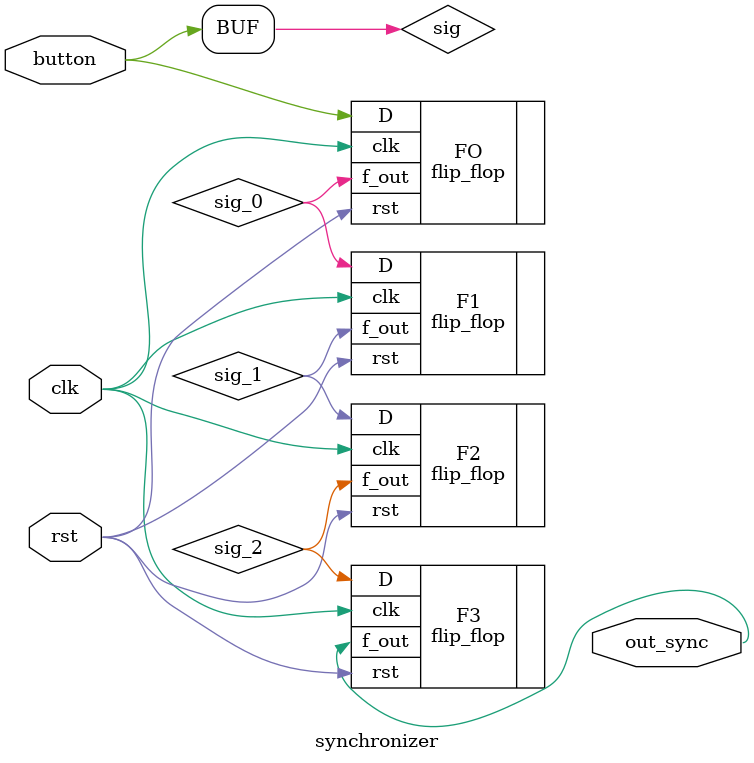
<source format=sv>
`timescale 1ns / 1ps


module synchronizer(button, out_sync, clk,rst);
    
    input logic button, clk,rst;
    output logic out_sync;
    
    logic sig_0,sig_1, sig_2;
    
    
    assign sig={sig,button};
    
     flip_flop FO(.D(button),.f_out(sig_0), .clk(clk), .rst(rst));
     flip_flop F1(.D(sig_0),.f_out(sig_1), .clk(clk), .rst(rst));
     flip_flop F2(.D(sig_1),.f_out(sig_2), .clk(clk), .rst(rst));
     flip_flop F3(.D(sig_2),.f_out(out_sync), .clk(clk), .rst(rst));
     
    


    
endmodule

</source>
